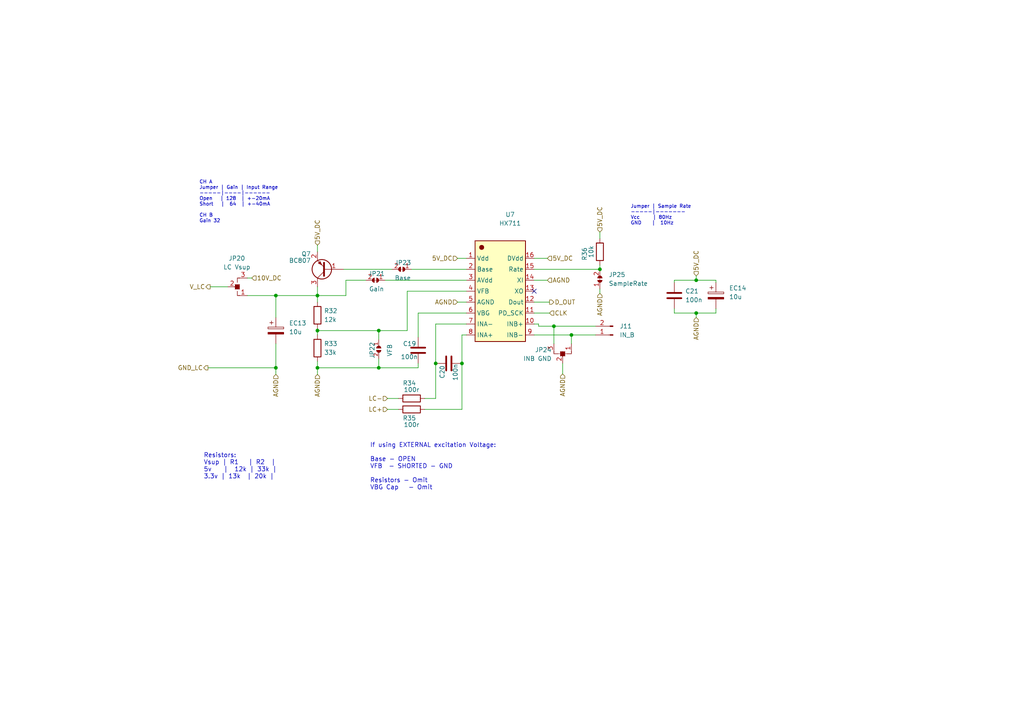
<source format=kicad_sch>
(kicad_sch (version 20211123) (generator eeschema)
  (paper "A4")
  (lib_symbols
    (symbol "000_Capacitor_Electrolytic_Immo:22u" (pin_numbers hide) (pin_names (offset 0.254))
      (property "Reference" "EC" (at 0.635 2.54 0))
      (property "Value" "22u" (at 0.635 -2.54 0))
      (symbol "22u_0_1"
        (rectangle (start -2.286 0.508) (end 2.286 1.016))
        (polyline (pts (xy -1.778 2.286) (xy -0.762 2.286)))
        (polyline (pts (xy -1.27 2.794) (xy -1.27 1.778)))
        (rectangle (start 2.286 -0.508) (end -2.286 -1.016) (fill (type outline)))
      )
      (symbol "22u_1_1"
        (pin passive line (at 0 3.81 270) (length 2.794) (name "~") (number "1"))
        (pin passive line (at 0 -3.81 90) (length 2.794) (name "~") (number "2"))
      )
    )
    (symbol "000_Capacitor_Film_Immo:cap_film_0805" (pin_numbers hide) (pin_names (offset 0.254))
      (property "Reference" "C" (at 0.635 2.54 0))
      (property "Value" "cap_film_0805" (at 0.635 -2.54 0))
      (symbol "cap_film_0805_0_1"
        (polyline (pts (xy -2.032 -0.762) (xy 2.032 -0.762)) (stroke (width 0.508)))
        (polyline (pts (xy -2.032 0.762) (xy 2.032 0.762)) (stroke (width 0.508)))
      )
      (symbol "cap_film_0805_1_1"
        (pin passive line (at 0 3.81 270) (length 2.794) (name "~") (number "1"))
        (pin passive line (at 0 -3.81 90) (length 2.794) (name "~") (number "2"))
      )
    )
    (symbol "000_Connectors_Immo:Jumper_2_Bridge_Small" (pin_names (offset 0) hide)
      (property "Reference" "JP" (at 0 2.794 0))
      (property "Value" "Jumper_2_Bridge_Small" (at 0 -3.175 0))
      (symbol "Jumper_2_Bridge_Small_0_1"
        (arc (start -0.635 0.635) (mid -1.2659 0.0056) (end -0.6463 -0.635) (fill (type outline)))
        (polyline (pts (xy -1.27 0) (xy 0 0)) (stroke (width 0.09)))
        (polyline (pts (xy -0.635 0.635) (xy -0.635 -0.635)))
        (polyline (pts (xy 0 0.635) (xy 0 -0.635)))
        (arc (start 0.0042 -0.6351) (mid 0.6351 -0.0057) (end 0.0155 0.6349) (fill (type outline)))
      )
      (symbol "Jumper_2_Bridge_Small_1_1"
        (pin passive line (at -3.175 0 0) (length 2.54) (name "A") (number "1"))
        (pin passive line (at 2.54 0 180) (length 2.54) (name "B") (number "2"))
      )
    )
    (symbol "000_Connectors_Immo:Jumper_2_Open_small" (pin_names (offset 0) hide)
      (property "Reference" "JP" (at 0 2.794 0))
      (property "Value" "Jumper_2_Open_small" (at 0 -3.175 0))
      (symbol "Jumper_2_Open_small_0_1"
        (arc (start -0.635 0.635) (mid -1.2659 0.0056) (end -0.6463 -0.635) (fill (type outline)))
        (polyline (pts (xy -0.635 0.635) (xy -0.635 -0.635)))
        (polyline (pts (xy 0 0.635) (xy 0 -0.635)))
        (arc (start 0.0042 -0.6351) (mid 0.6351 -0.0057) (end 0.0155 0.6349) (fill (type outline)))
      )
      (symbol "Jumper_2_Open_small_1_1"
        (pin passive line (at -3.175 0 0) (length 2.54) (name "A") (number "1"))
        (pin passive line (at 2.54 0 180) (length 2.54) (name "B") (number "2"))
      )
    )
    (symbol "000_Connectors_Immo:Jumper_3_BridgeSmall" (pin_names (offset 0) hide)
      (property "Reference" "JP" (at -5.715 5.08 0))
      (property "Value" "Jumper_3_BridgeSmall" (at -1.905 9.525 0))
      (symbol "Jumper_3_BridgeSmall_0_1"
        (arc (start -0.6463 -0.254) (mid 0.0001 0.381) (end -0.6463 1.016) (fill (type outline)))
        (rectangle (start -0.254 1.016) (end 0.254 -0.254) (fill (type outline)))
        (polyline (pts (xy -2.54 0.381) (xy -2.54 -0.254)))
        (polyline (pts (xy -2.54 0.381) (xy -1.27 0.381)))
        (polyline (pts (xy -1.27 0.381) (xy 1.27 0.381)) (stroke (width 0.09)))
        (polyline (pts (xy -0.6463 -0.254) (xy -0.6463 1.016)))
        (polyline (pts (xy 0 1.27) (xy 0 0.508)))
        (polyline (pts (xy 0.635 1.016) (xy 0.635 -0.254)))
        (polyline (pts (xy 1.27 0.381) (xy 2.54 0.381)))
        (polyline (pts (xy 2.54 0.381) (xy 2.54 -0.254)))
        (arc (start 0.6463 1.016) (mid -0.0001 0.381) (end 0.6463 -0.254) (fill (type outline)))
      )
      (symbol "Jumper_3_BridgeSmall_1_1"
        (pin passive line (at -2.54 -2.54 90) (length 2.54) (name "A") (number "1"))
        (pin input line (at 0 3.175 270) (length 2.54) (name "C") (number "2"))
        (pin passive line (at 2.54 -2.54 90) (length 2.54) (name "B") (number "3"))
      )
    )
    (symbol "000_Connectors_Immo:Jumper_3_Open3small" (pin_names (offset 0) hide)
      (property "Reference" "JP" (at -5.715 5.08 0))
      (property "Value" "Jumper_3_Open3small" (at -1.905 9.525 0))
      (symbol "Jumper_3_Open3small_0_1"
        (arc (start -0.6463 -0.635) (mid 0.0001 0) (end -0.6463 0.635) (fill (type outline)))
        (rectangle (start -0.254 0.635) (end 0.254 -0.635) (fill (type outline)))
        (polyline (pts (xy -2.54 0) (xy -2.54 -0.635)))
        (polyline (pts (xy -2.54 0) (xy -1.27 0)))
        (polyline (pts (xy -0.6463 -0.635) (xy -0.6463 0.635)))
        (polyline (pts (xy 0 0.889) (xy 0 0.127)))
        (polyline (pts (xy 0.635 0.635) (xy 0.635 -0.635)))
        (polyline (pts (xy 1.27 0) (xy 2.54 0)))
        (polyline (pts (xy 2.54 0) (xy 2.54 -0.635)))
        (arc (start 0.6463 0.635) (mid -0.0001 0) (end 0.6463 -0.635) (fill (type outline)))
      )
      (symbol "Jumper_3_Open3small_1_1"
        (pin passive line (at -2.54 -2.921 90) (length 2.54) (name "A") (number "1"))
        (pin input line (at 0 2.794 270) (length 2.54) (name "C") (number "2"))
        (pin passive line (at 2.54 -2.921 90) (length 2.54) (name "B") (number "3"))
      )
    )
    (symbol "000_Pin_Headers_Immo:Conn_01x02_Male" (pin_names (offset 1.016) hide)
      (property "Reference" "J" (at 0 2.54 0))
      (property "Value" "Conn_01x02_Male" (at 0 -5.08 0))
      (symbol "Conn_01x02_Male_1_1"
        (polyline (pts (xy 1.27 -2.54) (xy 0.8636 -2.54)) (stroke (width 0.1524)))
        (polyline (pts (xy 1.27 0) (xy 0.8636 0)) (stroke (width 0.1524)))
        (rectangle (start 0.8636 -2.413) (end 0 -2.667) (stroke (width 0.1524)) (fill (type outline)))
        (rectangle (start 0.8636 0.127) (end 0 -0.127) (stroke (width 0.1524)) (fill (type outline)))
        (pin passive line (at 5.08 0 180) (length 3.81) (name "Pin_1") (number "1"))
        (pin passive line (at 5.08 -2.54 180) (length 3.81) (name "Pin_2") (number "2"))
      )
    )
    (symbol "000_Resistors_Immo:Resistor_0805" (pin_numbers hide) (pin_names (offset 0))
      (property "Reference" "R?" (at -2.54 3.81 0))
      (property "Value" "Resistor_0805" (at -5.08 2.54 0))
      (symbol "Resistor_0805_0_1"
        (rectangle (start 2.54 -1.016) (end -2.54 1.016) (stroke (width 0.254)))
      )
      (symbol "Resistor_0805_1_1"
        (pin passive line (at -3.81 0 0) (length 1.27) (name "~") (number "1"))
        (pin passive line (at 3.81 0 180) (length 1.27) (name "~") (number "2"))
      )
    )
    (symbol "000_Sensors_Immo:HX711_24bit_ADC_Strain_Gauge_Driver"
      (property "Reference" "U" (at 13.97 36.195 0))
      (property "Value" "HX711_24bit_ADC_Strain_Gauge_Driver" (at 13.335 32.385 0))
      (symbol "HX711_24bit_ADC_Strain_Gauge_Driver_0_1"
        (rectangle (start -6.35 14.605) (end 8.255 -14.605) (stroke (width 0.254)) (fill (type background)))
        (circle (center -4.445 12.7) (radius 0.635) (fill (type outline)))
      )
      (symbol "HX711_24bit_ADC_Strain_Gauge_Driver_1_1"
        (pin power_in line (at -8.89 9.525 0) (length 2.54) (name "Vdd") (number "1"))
        (pin input line (at 10.795 -9.525 180) (length 2.54) (name "INB+") (number "10"))
        (pin input line (at 10.795 -6.35 180) (length 2.54) (name "PD_SCK") (number "11"))
        (pin output line (at 10.795 -3.175 180) (length 2.54) (name "Dout") (number "12"))
        (pin bidirectional line (at 10.795 0 180) (length 2.54) (name "XO") (number "13"))
        (pin input line (at 10.795 3.175 180) (length 2.54) (name "XI") (number "14"))
        (pin input line (at 10.795 6.35 180) (length 2.54) (name "Rate") (number "15"))
        (pin power_in line (at 10.795 9.525 180) (length 2.54) (name "DVdd") (number "16"))
        (pin output line (at -8.89 6.35 0) (length 2.54) (name "Base") (number "2"))
        (pin power_in line (at -8.89 3.175 0) (length 2.54) (name "AVdd") (number "3"))
        (pin input line (at -8.89 0 0) (length 2.54) (name "VFB") (number "4"))
        (pin power_in line (at -8.89 -3.175 0) (length 2.54) (name "AGND") (number "5"))
        (pin output line (at -8.89 -6.35 0) (length 2.54) (name "VBG") (number "6"))
        (pin input line (at -8.89 -9.525 0) (length 2.54) (name "INA-") (number "7"))
        (pin input line (at -8.89 -12.7 0) (length 2.54) (name "INA+") (number "8"))
        (pin input line (at 10.795 -12.7 180) (length 2.54) (name "INB-") (number "9"))
      )
    )
    (symbol "Transistor_BJT:BC807" (pin_names (offset 0) hide)
      (property "Reference" "Q" (at 5.08 1.905 0))
      (property "Value" "BC807" (at 5.08 0 0))
      (symbol "BC807_0_1"
        (polyline (pts (xy 0.635 0.635) (xy 2.54 2.54)))
        (polyline (pts (xy 0.635 -0.635) (xy 2.54 -2.54) (xy 2.54 -2.54)))
        (polyline (pts (xy 0.635 1.905) (xy 0.635 -1.905) (xy 0.635 -1.905)) (stroke (width 0.508)))
        (polyline (pts (xy 2.286 -1.778) (xy 1.778 -2.286) (xy 1.27 -1.27) (xy 2.286 -1.778) (xy 2.286 -1.778)) (fill (type outline)))
        (circle (center 1.27 0) (radius 2.8194) (stroke (width 0.254)))
      )
      (symbol "BC807_1_1"
        (pin input line (at -5.08 0 0) (length 5.715) (name "B") (number "1"))
        (pin passive line (at 2.54 -5.08 90) (length 2.54) (name "E") (number "2"))
        (pin passive line (at 2.54 5.08 270) (length 2.54) (name "C") (number "3"))
      )
    )
  )
  (junction (at 80.01 85.725))
  (junction (at 173.99 78.105))
  (junction (at 109.855 95.885))
  (junction (at 201.93 81.28))
  (junction (at 92.075 106.68))
  (junction (at 165.735 97.155))
  (junction (at 80.01 106.68))
  (junction (at 133.985 105.41))
  (junction (at 126.365 105.41))
  (junction (at 109.855 106.68))
  (junction (at 92.075 85.725))
  (junction (at 160.655 94.615))
  (junction (at 92.075 95.885))
  (junction (at 201.93 90.805))
  (no_connect (at 154.94 84.455))
  (wire (pts (xy 118.11 84.455) (xy 135.255 84.455)))
  (wire (pts (xy 132.715 87.63) (xy 135.255 87.63)))
  (wire (pts (xy 80.01 85.725) (xy 80.01 92.075)))
  (wire (pts (xy 118.11 95.885) (xy 118.11 84.455)))
  (wire (pts (xy 133.985 97.155) (xy 135.255 97.155)))
  (wire (pts (xy 111.76 81.28) (xy 135.255 81.28)))
  (wire (pts (xy 163.195 105.41) (xy 163.195 108.458)))
  (wire (pts (xy 60.325 106.68) (xy 80.01 106.68)))
  (wire (pts (xy 92.075 95.885) (xy 92.075 97.155)))
  (wire (pts (xy 195.58 89.535) (xy 195.58 90.805)))
  (wire (pts (xy 112.395 118.745) (xy 115.57 118.745)))
  (wire (pts (xy 109.855 95.885) (xy 109.855 98.425)))
  (wire (pts (xy 173.99 76.835) (xy 173.99 78.105)))
  (wire (pts (xy 126.365 105.41) (xy 126.365 93.98)))
  (wire (pts (xy 92.075 95.25) (xy 92.075 95.885)))
  (wire (pts (xy 201.93 90.805) (xy 207.645 90.805)))
  (wire (pts (xy 160.655 94.615) (xy 156.21 94.615)))
  (wire (pts (xy 156.21 94.615) (xy 156.21 93.98)))
  (wire (pts (xy 207.645 81.28) (xy 207.645 81.915)))
  (wire (pts (xy 123.19 118.745) (xy 133.985 118.745)))
  (wire (pts (xy 201.93 90.805) (xy 201.93 92.075)))
  (wire (pts (xy 160.655 94.615) (xy 160.655 99.695)))
  (wire (pts (xy 71.755 80.645) (xy 73.025 80.645)))
  (wire (pts (xy 80.01 85.725) (xy 92.075 85.725)))
  (wire (pts (xy 100.33 85.725) (xy 100.33 81.28)))
  (wire (pts (xy 126.365 115.57) (xy 126.365 105.41)))
  (wire (pts (xy 195.58 81.28) (xy 201.93 81.28)))
  (wire (pts (xy 80.01 106.68) (xy 80.01 108.585)))
  (wire (pts (xy 173.99 67.31) (xy 173.99 69.215)))
  (wire (pts (xy 92.075 85.725) (xy 92.075 87.63)))
  (wire (pts (xy 195.58 90.805) (xy 201.93 90.805)))
  (wire (pts (xy 126.365 93.98) (xy 135.255 93.98)))
  (wire (pts (xy 100.33 81.28) (xy 106.045 81.28)))
  (wire (pts (xy 132.715 74.93) (xy 135.255 74.93)))
  (wire (pts (xy 154.94 87.63) (xy 159.385 87.63)))
  (wire (pts (xy 156.21 93.98) (xy 154.94 93.98)))
  (wire (pts (xy 133.985 118.745) (xy 133.985 105.41)))
  (wire (pts (xy 60.96 83.185) (xy 66.04 83.185)))
  (wire (pts (xy 201.93 81.28) (xy 207.645 81.28)))
  (wire (pts (xy 92.075 106.68) (xy 109.855 106.68)))
  (wire (pts (xy 92.075 106.68) (xy 92.075 108.585)))
  (wire (pts (xy 165.735 97.155) (xy 172.72 97.155)))
  (wire (pts (xy 92.075 85.725) (xy 100.33 85.725)))
  (wire (pts (xy 119.38 78.105) (xy 135.255 78.105)))
  (wire (pts (xy 201.93 80.01) (xy 201.93 81.28)))
  (wire (pts (xy 71.755 85.725) (xy 80.01 85.725)))
  (wire (pts (xy 121.285 90.805) (xy 135.255 90.805)))
  (wire (pts (xy 109.855 104.14) (xy 109.855 106.68)))
  (wire (pts (xy 165.735 97.155) (xy 165.735 99.695)))
  (wire (pts (xy 109.855 95.885) (xy 118.11 95.885)))
  (wire (pts (xy 121.285 97.79) (xy 121.285 90.805)))
  (wire (pts (xy 92.075 83.185) (xy 92.075 85.725)))
  (wire (pts (xy 121.285 106.68) (xy 121.285 105.41)))
  (wire (pts (xy 173.99 83.82) (xy 173.99 85.09)))
  (wire (pts (xy 99.695 78.105) (xy 113.665 78.105)))
  (wire (pts (xy 154.94 78.105) (xy 173.99 78.105)))
  (wire (pts (xy 207.645 89.535) (xy 207.645 90.805)))
  (wire (pts (xy 109.855 106.68) (xy 121.285 106.68)))
  (wire (pts (xy 133.985 105.41) (xy 133.985 97.155)))
  (wire (pts (xy 80.01 99.695) (xy 80.01 106.68)))
  (wire (pts (xy 154.94 97.155) (xy 165.735 97.155)))
  (wire (pts (xy 154.94 90.805) (xy 159.385 90.805)))
  (wire (pts (xy 92.075 104.775) (xy 92.075 106.68)))
  (wire (pts (xy 92.075 95.885) (xy 109.855 95.885)))
  (wire (pts (xy 123.19 115.57) (xy 126.365 115.57)))
  (wire (pts (xy 92.075 71.12) (xy 92.075 73.025)))
  (wire (pts (xy 195.58 81.28) (xy 195.58 81.915)))
  (wire (pts (xy 172.72 94.615) (xy 160.655 94.615)))
  (wire (pts (xy 112.395 115.57) (xy 115.57 115.57)))
  (wire (pts (xy 154.94 81.28) (xy 158.75 81.28)))
  (wire (pts (xy 154.94 74.93) (xy 158.75 74.93)))
  (text "If using EXTERNAL excitation Voltage:\n\nBase - OPEN\nVFB  - SHORTED - GND\n\nResistors - Omit\nVBG Cap   - Omit" (at 107.315 142.24 0) (effects (font (size 1.27 1.27)) (justify left bottom)))
  (text "Jumper | Sample Rate\n-----|-------\nVcc     | 80Hz\nGND    |  10Hz\n" (at 182.88 65.405 0) (effects (font (size 1 1)) (justify left bottom)))
  (text "CH A\nJumper | Gain | Input Range\n-----|----|------\nOpen   | 128  | +-20mA\nShort   |  64  | +-40mA\n\nCH B\nGain 32\n" (at 57.785 64.77 0) (effects (font (size 1 1)) (justify left bottom)))
  (text "Resistors:\nVsup | R1   | R2  |\n5v	 |  12k | 33k |\n3.3v | 13k  | 20k |" (at 59.055 139.065 0) (effects (font (size 1.27 1.27)) (justify left bottom)))
  (hierarchical_label "LC-" (shape input) (at 112.395 115.57 180))
  (hierarchical_label "AGND" (shape input) (at 92.075 108.585 270))
  (hierarchical_label "D_OUT" (shape output) (at 159.385 87.63 0))
  (hierarchical_label "AGND" (shape input) (at 163.195 108.458 270))
  (hierarchical_label "V_LC" (shape output) (at 60.96 83.185 180))
  (hierarchical_label "GND_LC" (shape output) (at 60.325 106.68 180))
  (hierarchical_label "5V_DC" (shape input) (at 173.99 67.31 90))
  (hierarchical_label "AGND" (shape input) (at 201.93 92.075 270))
  (hierarchical_label "AGND" (shape input) (at 173.99 85.09 270))
  (hierarchical_label "AGND" (shape input) (at 132.715 87.63 180))
  (hierarchical_label "LC+" (shape input) (at 112.395 118.745 180))
  (hierarchical_label "5V_DC" (shape input) (at 132.715 74.93 180))
  (hierarchical_label "CLK" (shape input) (at 159.385 90.805 0))
  (hierarchical_label "AGND" (shape input) (at 158.75 81.28 0))
  (hierarchical_label "5V_DC" (shape input) (at 92.075 71.12 90))
  (hierarchical_label "5V_DC" (shape input) (at 158.75 74.93 0))
  (hierarchical_label "5V_DC" (shape input) (at 201.93 80.01 90))
  (hierarchical_label "10V_DC" (shape input) (at 73.025 80.645 0))
  (hierarchical_label "AGND" (shape input) (at 80.01 108.585 270))
  (symbol (lib_id "Transistor_BJT:BC807") (at 94.615 78.105 180) (unit 1)
    (property "Reference" "Q7" (at 90.17 73.66 0) (effects (justify left)))
    (property "Value" "BC807" (at 90.17 75.565 0) (effects (justify left)))
    (property "Footprint" "Package_TO_SOT_SMD:SOT-23" (effects hide))
    (property "Datasheet" "https://www.onsemi.com/pub/Collateral/BC808-D.pdf" (effects hide))
  )
  (symbol (lib_id "000_Capacitor_Electrolytic_Immo:22u") (at 80.01 95.885 0) (unit 1)
    (property "Reference" "EC13" (at 83.82 93.7259 0) (effects (justify left)))
    (property "Value" "10u" (at 83.82 96.2659 0) (effects (justify left)))
    (property "Footprint" "Capacitor_SMD:CP_Elec_6.3x5.9" (effects hide))
  )
  (symbol (lib_id "000_Connectors_Immo:Jumper_3_Open3small") (at 68.834 83.185 90) (unit 1)
    (property "Reference" "JP20" (at 68.707 74.93 90))
    (property "Value" "LC Vsup" (at 68.707 77.47 90))
    (property "Footprint" "Jumper:SolderJumper-3_P1.3mm_Open_RoundedPad1.0x1.5mm_NumberLabels" (effects hide))
  )
  (symbol (lib_id "000_Sensors_Immo:HX711_24bit_ADC_Strain_Gauge_Driver") (at 144.145 84.455 0) (unit 1)
    (property "Reference" "U7" (at 147.955 62.23 0))
    (property "Value" "HX711" (at 147.955 64.77 0))
    (property "Footprint" "Package_SO:SOP-16_4.55x10.3mm_P1.27mm" (effects hide))
    (property "Datasheet" "https://www.digikey.com/htmldatasheets/production/1836471/0/0/1/hx711.html" (effects hide))
  )
  (symbol (lib_id "000_Capacitor_Film_Immo:cap_film_0805") (at 130.175 105.41 90) (unit 1)
    (property "Reference" "C20" (at 128.27 109.855 0) (effects (justify left)))
    (property "Value" "100n" (at 132.08 110.49 0) (effects (justify left)))
    (property "Footprint" "Capacitor_SMD:C_0805_2012Metric_Pad1.18x1.45mm_HandSolder" (effects hide))
  )
  (symbol (lib_id "000_Capacitor_Film_Immo:cap_film_0805") (at 121.285 101.6 0) (unit 1)
    (property "Reference" "C19" (at 116.84 99.695 0) (effects (justify left)))
    (property "Value" "100n" (at 116.205 103.505 0) (effects (justify left)))
    (property "Footprint" "Capacitor_SMD:C_0805_2012Metric_Pad1.18x1.45mm_HandSolder" (effects hide))
  )
  (symbol (lib_id "000_Connectors_Immo:Jumper_2_Bridge_Small") (at 116.205 78.105 180) (unit 1)
    (property "Reference" "JP23" (at 116.84 76.2 0))
    (property "Value" "Base" (at 116.84 80.645 0))
    (property "Footprint" "Jumper:SolderJumper-2_P1.3mm_Bridged_RoundedPad1.0x1.5mm" (effects hide))
  )
  (symbol (lib_id "000_Capacitor_Electrolytic_Immo:22u") (at 207.645 85.725 0) (unit 1)
    (property "Reference" "EC14" (at 211.455 83.5659 0) (effects (justify left)))
    (property "Value" "10u" (at 211.455 86.1059 0) (effects (justify left)))
    (property "Footprint" "Capacitor_SMD:CP_Elec_6.3x5.9" (effects hide))
  )
  (symbol (lib_id "000_Resistors_Immo:Resistor_0805") (at 119.38 118.745 180) (unit 1)
    (property "Reference" "R35" (at 118.745 121.285 0))
    (property "Value" "100r" (at 119.38 123.19 0))
    (property "Footprint" "Resistor_SMD:R_0805_2012Metric_Pad1.20x1.40mm_HandSolder" (effects hide))
  )
  (symbol (lib_id "000_Resistors_Immo:Resistor_0805") (at 119.38 115.57 180) (unit 1)
    (property "Reference" "R34" (at 118.745 111.125 0))
    (property "Value" "100r" (at 119.38 113.03 0))
    (property "Footprint" "Resistor_SMD:R_0805_2012Metric_Pad1.20x1.40mm_HandSolder" (effects hide))
  )
  (symbol (lib_id "000_Resistors_Immo:Resistor_0805") (at 92.075 91.44 90) (unit 1)
    (property "Reference" "R32" (at 93.98 90.1699 90) (effects (justify right)))
    (property "Value" "12k" (at 93.98 92.7099 90) (effects (justify right)))
    (property "Footprint" "Resistor_SMD:R_0805_2012Metric_Pad1.20x1.40mm_HandSolder" (effects hide))
  )
  (symbol (lib_id "000_Connectors_Immo:Jumper_2_Bridge_Small") (at 173.99 80.645 90) (unit 1)
    (property "Reference" "JP25" (at 176.53 79.6903 90) (effects (justify right)))
    (property "Value" "SampleRate" (at 176.53 82.2303 90) (effects (justify right)))
    (property "Footprint" "Jumper:SolderJumper-2_P1.3mm_Bridged_RoundedPad1.0x1.5mm" (effects hide))
  )
  (symbol (lib_id "000_Pin_Headers_Immo:Conn_01x02_Male") (at 177.8 97.155 180) (unit 1)
    (property "Reference" "J11" (at 179.705 94.6149 0) (effects (justify right)))
    (property "Value" "IN_B" (at 179.705 97.1549 0) (effects (justify right)))
    (property "Footprint" "Connector_PinHeader_1.27mm:PinHeader_1x02_P1.27mm_Vertical" (effects hide))
  )
  (symbol (lib_id "000_Capacitor_Film_Immo:cap_film_0805") (at 195.58 85.725 0) (unit 1)
    (property "Reference" "C21" (at 198.755 84.4549 0) (effects (justify left)))
    (property "Value" "100n" (at 198.755 86.9949 0) (effects (justify left)))
    (property "Footprint" "Capacitor_SMD:C_0805_2012Metric_Pad1.18x1.45mm_HandSolder" (effects hide))
  )
  (symbol (lib_id "000_Resistors_Immo:Resistor_0805") (at 173.99 73.025 270) (unit 1)
    (property "Reference" "R36" (at 169.545 73.66 0))
    (property "Value" "10k" (at 171.45 73.025 0))
    (property "Footprint" "Resistor_SMD:R_0805_2012Metric_Pad1.20x1.40mm_HandSolder" (effects hide))
  )
  (symbol (lib_id "000_Connectors_Immo:Jumper_3_BridgeSmall") (at 163.195 102.235 180) (unit 1)
    (property "Reference" "JP24" (at 160.02 101.4729 0) (effects (justify left)))
    (property "Value" "INB GND" (at 160.02 104.0129 0) (effects (justify left)))
    (property "Footprint" "Jumper:SolderJumper-3_P1.3mm_Bridged12_RoundedPad1.0x1.5mm_DoubleJoined_SMALL" (effects hide))
  )
  (symbol (lib_id "000_Connectors_Immo:Jumper_2_Open_small") (at 109.855 101.6 270) (unit 1)
    (property "Reference" "JP22" (at 107.95 101.6 0))
    (property "Value" "VFB" (at 113.03 101.6 0))
    (property "Footprint" "Jumper:SolderJumper-2_P1.3mm_Open_RoundedPad1.0x1.5mm" (effects hide))
  )
  (symbol (lib_id "000_Connectors_Immo:Jumper_2_Bridge_Small") (at 108.585 81.28 180) (unit 1)
    (property "Reference" "JP21" (at 109.22 79.375 0))
    (property "Value" "Gain" (at 109.22 83.82 0))
    (property "Footprint" "Jumper:SolderJumper-2_P1.3mm_Bridged_RoundedPad1.0x1.5mm" (effects hide))
  )
  (symbol (lib_id "000_Resistors_Immo:Resistor_0805") (at 92.075 100.965 90) (unit 1)
    (property "Reference" "R33" (at 93.98 99.6949 90) (effects (justify right)))
    (property "Value" "33k" (at 93.98 102.2349 90) (effects (justify right)))
    (property "Footprint" "Resistor_SMD:R_0805_2012Metric_Pad1.20x1.40mm_HandSolder" (effects hide))
  )
)
</source>
